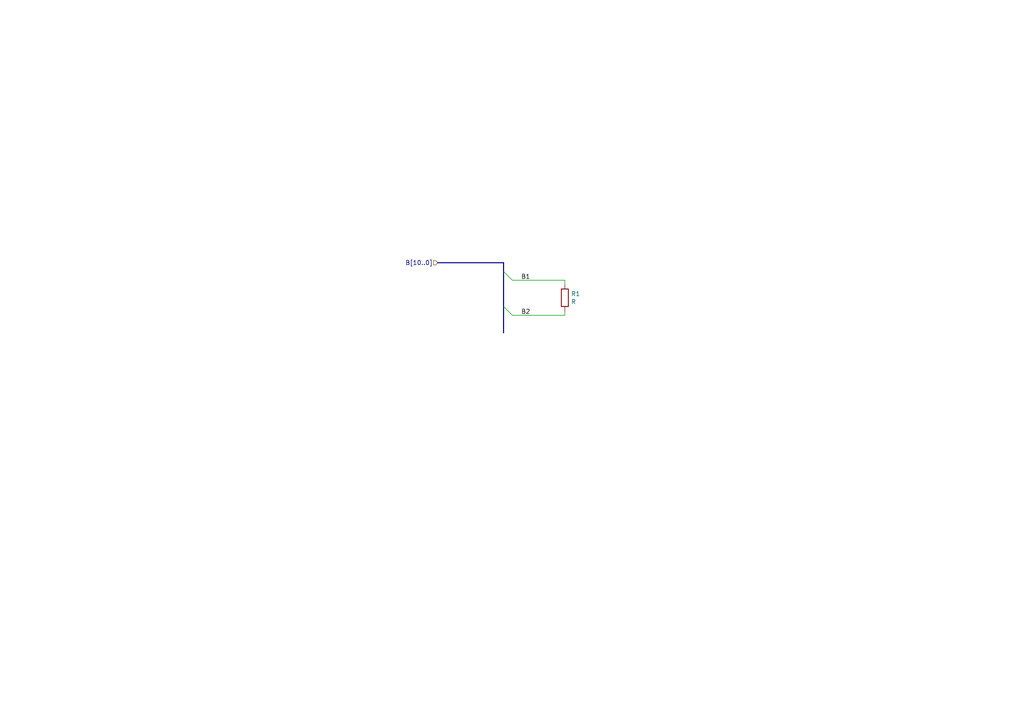
<source format=kicad_sch>
(kicad_sch (version 20200828) (generator eeschema)
  (page 2 4)
  (paper "A4")
  (lib_symbols
    (symbol "Device:R" (pin_numbers hide) (pin_names (offset 0))
      (property "Reference" "R" (at 2.032 0 90))
      (property "Value" "R" (at 0 0 90))
      (symbol "R_0_1"
        (rectangle (start -1.016 -2.54) (end 1.016 2.54) (stroke (width 0.254)))
      )
      (symbol "R_1_1"
        (pin passive line (at 0 3.81 270) (length 1.27) (name "~") (number "1"))
        (pin passive line (at 0 -3.81 90) (length 1.27) (name "~") (number "2"))
      )
    )
  )
  (bus_entry (at 146.05 78.74) (size 2.54 2.54) (stroke (width 0.1524)))
  (bus_entry (at 146.05 88.9) (size 2.54 2.54) (stroke (width 0.1524)))
  (wire (pts (xy 148.59 81.28) (xy 163.83 81.28)))
  (wire (pts (xy 148.59 91.44) (xy 163.83 91.44)))
  (wire (pts (xy 163.83 81.28) (xy 163.83 82.55)))
  (wire (pts (xy 163.83 90.17) (xy 163.83 91.44)))
  (bus (pts (xy 127 76.2) (xy 146.05 76.2)))
  (bus (pts (xy 146.05 76.2) (xy 146.05 78.74)))
  (bus (pts (xy 146.05 78.74) (xy 146.05 88.9)))
  (bus (pts (xy 146.05 88.9) (xy 146.05 96.52)))
  (label "B1" (at 151.13 81.28 0))
  (label "B2" (at 151.13 91.44 0))
  (hierarchical_label "B[10..0]" (shape input) (at 127 76.2 180))
  (symbol (lib_id "Device:R") (at 163.83 86.36 0) (unit 1)
    (property "Reference" "R1" (at 165.608 85.217 0) (effects (justify left)))
    (property "Value" "R" (at 165.6081 87.5093 0) (effects (justify left)))
  )
)
</source>
